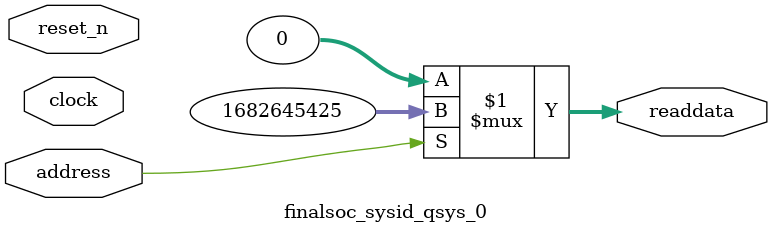
<source format=v>



// synthesis translate_off
`timescale 1ns / 1ps
// synthesis translate_on

// turn off superfluous verilog processor warnings 
// altera message_level Level1 
// altera message_off 10034 10035 10036 10037 10230 10240 10030 

module finalsoc_sysid_qsys_0 (
               // inputs:
                address,
                clock,
                reset_n,

               // outputs:
                readdata
             )
;

  output  [ 31: 0] readdata;
  input            address;
  input            clock;
  input            reset_n;

  wire    [ 31: 0] readdata;
  //control_slave, which is an e_avalon_slave
  assign readdata = address ? 1682645425 : 0;

endmodule



</source>
